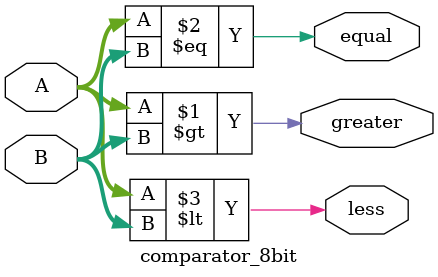
<source format=v>
module comparator_8bit (
    input  [7:0] A,        // 8-bit input operand A
    input  [7:0] B,        // 8-bit input operand B
    output       greater,  // High if A > B
    output       equal,    // High if A == B
    output       less      // High if A < B
);

    // Continuous assignments using relational operators
    assign greater = (A > B);
    assign equal   = (A == B);
    assign less    = (A < B);

endmodule

</source>
